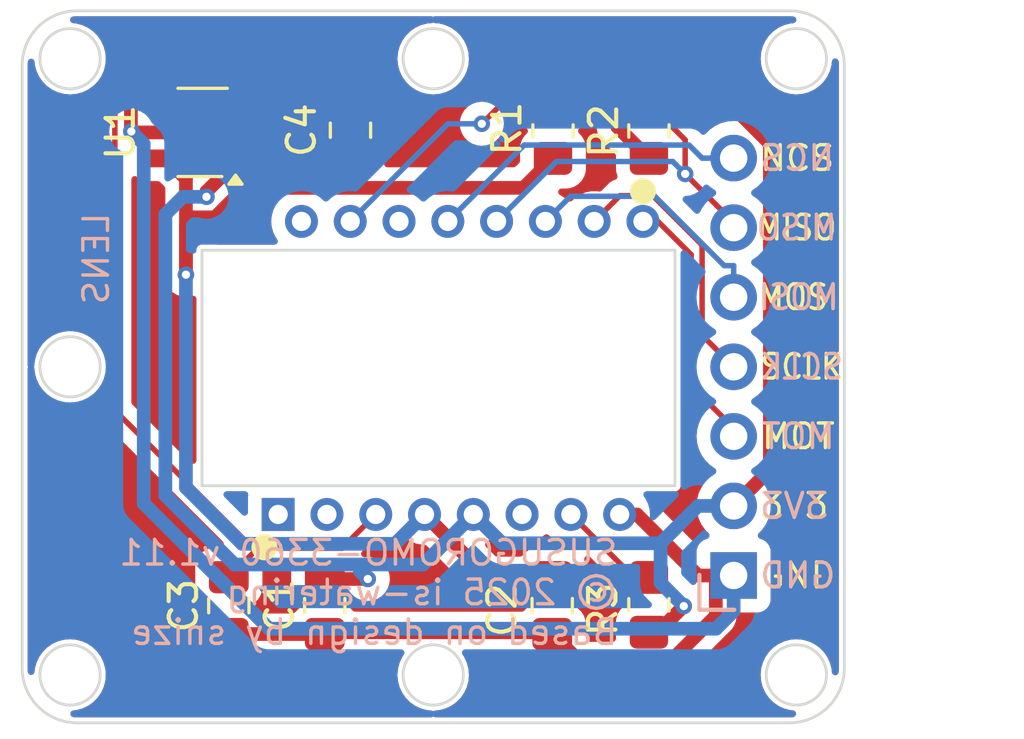
<source format=kicad_pcb>
(kicad_pcb (version 20240108) (generator "pcbnew") (generator_version "8.0")
  (title_block (title "SUSUGOROMO-3360") (rev "1.11"))
  (layers (0 "F.Cu" signal) (31 "B.Cu" signal) (34 "B.Paste" user) (35 "F.Paste" user) (36 "B.SilkS" user "B.Silkscreen") (37 "F.SilkS" user "F.Silkscreen") (38 "B.Mask" user) (39 "F.Mask" user) (44 "Edge.Cuts" user))
  (net 0 "")
  (net 1 "GND")
  (net 2 "+1V9")
  (net 3 "+3V3")
  (net 4 "MOT")
  (net 5 "NCS")
  (net 6 "SCLK")
  (net 8 "Net-(U2-NRESET)")
  (net 9 "Net-(U2-VDDPIX)")
  (net 10 "MOSI")
  (net 11 "MISO")
  (net 12 "Net-(U2-LED_P)")
  (footprint "isw-kbd:M2_ScrewHole_EdgeCuts" (layer "F.Cu") (at 35.4663 19.6703 180)
    (property "Reference" "H6" (hide yes))
    (property "Value" "MountingHole" (hide yes))
    (fp_circle (center 0 0) (end 1.1 0) (stroke (width 0.1)) (fill none) (layer "Edge.Cuts"))
  )
  (footprint "isw-kbd:PinHeader_1x07_P2.54mm_Horizontal" (layer "F.Cu") (at 46.4291 23.2998)
    (property "Reference" "J1" (hide yes))
    (property "Value" "Conn_01x07" (hide yes))
    (fp_line (start -1.250478 16.491347) (end -1.250478 15.221347) (stroke (width 0.15)) (layer "B.SilkS"))
    (fp_line (start 0.019522 16.491347) (end -1.250478 16.491347) (stroke (width 0.15)) (layer "B.SilkS"))
    (fp_line (start -1.250478 16.491347) (end -1.250478 15.221347) (stroke (width 0.15)) (layer "F.SilkS"))
    (fp_line (start 0.019522 16.491347) (end -1.250478 16.491347) (stroke (width 0.15)) (layer "F.SilkS"))
    (fp_text user "MISO" (at 2.296547 2.539993 0) (layer "B.SilkS") (effects (font (size 0.9 0.8) (thickness 0.125)) (justify mirror)))
    (fp_text user "NCS" (at 2.317976 0 0) (layer "B.SilkS") (effects (font (size 0.9 0.9) (thickness 0.125)) (justify mirror)))
    (fp_text user "3V3" (at 2.210833 12.7 0) (layer "B.SilkS") (effects (font (size 0.9 0.9) (thickness 0.125)) (justify mirror)))
    (fp_text user "GND" (at 2.339404 15.239563 0) (layer "B.SilkS") (effects (font (size 0.9 0.9) (thickness 0.125)) (justify mirror)))
    (fp_text user "MOSI" (at 2.368452 5.079986 0) (layer "B.SilkS") (effects (font (size 0.9 0.8) (thickness 0.125)) (justify mirror)))
    (fp_text user "SCLK" (at 2.482738 7.620012 0) (layer "B.SilkS") (effects (font (size 0.9 0.8) (thickness 0.125)) (justify mirror)))
    (fp_text user "MOT" (at 2.360833 10.160006 0) (layer "B.SilkS") (effects (font (size 0.9 0.9) (thickness 0.125)) (justify mirror)))
    (fp_text user "MOT" (at 2.360833 10.160006 0) (layer "F.SilkS") (effects (font (size 0.9 0.9) (thickness 0.125))))
    (fp_text user "MISO" (at 2.296547 2.539993 0) (layer "F.SilkS") (effects (font (size 0.9 0.8) (thickness 0.125))))
    (fp_text user "NCS" (at 2.317976 0 0) (layer "F.SilkS") (effects (font (size 0.9 0.9) (thickness 0.125))))
    (fp_text user "MOSI" (at 2.368452 5.079986 0) (layer "F.SilkS") (effects (font (size 0.9 0.8) (thickness 0.125))))
    (fp_text user "GND" (at 2.339404 15.239563 0) (layer "F.SilkS") (effects (font (size 0.9 0.9) (thickness 0.125))))
    (fp_text user "3V3" (at 2.210833 12.7 0) (layer "F.SilkS") (effects (font (size 0.9 0.9) (thickness 0.125))))
    (fp_text user "SCLK" (at 2.482738 7.620012 0) (layer "F.SilkS") (effects (font (size 0.9 0.8) (thickness 0.125))))
    (pad "1" thru_hole oval (at 0 0) (size 1.7 1.7) (drill 1) (layers "*.Cu" "*.Mask") (net 5 "NCS"))
    (pad "2" thru_hole oval (at 0 2.539563) (size 1.7 1.7) (drill 1) (layers "*.Cu" "*.Mask") (net 11 "MISO"))
    (pad "3" thru_hole oval (at 0 5.079557) (size 1.7 1.7) (drill 1) (layers "*.Cu" "*.Mask") (net 10 "MOSI"))
    (pad "4" thru_hole oval (at 0 7.619551) (size 1.7 1.7) (drill 1) (layers "*.Cu" "*.Mask") (net 6 "SCLK"))
    (pad "5" thru_hole oval (at 0 10.159577) (size 1.7 1.7) (drill 1) (layers "*.Cu" "*.Mask") (net 4 "MOT"))
    (pad "6" thru_hole oval (at 0 12.69957) (size 1.7 1.7) (drill 1) (layers "*.Cu" "*.Mask") (net 3 "+3V3"))
    (pad "7" thru_hole rect (at 0 15.239563) (size 1.7 1.7) (drill 1) (layers "*.Cu" "*.Mask") (net 1 "GND"))
  )
  (footprint "Capacitor_SMD:C_0805_2012Metric_Pad1.18x1.45mm_HandSolder" (layer "F.Cu") (at 31.5088 39.6405 -90)
    (property "Reference" "C1" (at 0 1.649186 90) (layer "F.SilkS"))
    (property "Value" "0.1uF")
    (fp_line (start -0.261252 0.735) (end 0.261252 0.735) (stroke (width 0.12)) (layer "F.SilkS"))
    (fp_line (start -0.261252 -0.735) (end 0.261252 -0.735) (stroke (width 0.12)) (layer "F.SilkS"))
    (pad "1" smd roundrect (at -1.0375 0 270) (size 1.175 1.45) (layers "F.Cu" "F.Paste" "F.Mask") (roundrect_rratio 0.212766) (net 3 "+3V3"))
    (pad "2" smd roundrect (at 1.0375 0 270) (size 1.175 1.45) (layers "F.Cu" "F.Paste" "F.Mask") (roundrect_rratio 0.212766) (net 1 "GND"))
  )
  (footprint "isw-kbd:M2_ScrewHole_EdgeCuts" (layer "F.Cu") (at 22.2159 42.1705 180)
    (property "Reference" "H3" (hide yes))
    (property "Value" "MountingHole" (hide yes))
    (fp_circle (center 0 0) (end 1.1 0) (stroke (width 0.1)) (fill none) (layer "Edge.Cuts"))
  )
  (footprint "Resistor_SMD:R_0805_2012Metric_Pad1.20x1.40mm_HandSolder" (layer "F.Cu") (at 43.3371 22.3105 90)
    (property "Reference" "R2" (at 0 -1.65 90) (layer "F.SilkS"))
    (property "Value" "10k")
    (fp_line (start -0.227064 -0.735) (end 0.227064 -0.735) (stroke (width 0.12)) (layer "F.SilkS"))
    (fp_line (start -0.227064 0.735) (end 0.227064 0.735) (stroke (width 0.12)) (layer "F.SilkS"))
    (pad "1" smd roundrect (at -1 0 90) (size 1.2 1.4) (layers "F.Cu" "F.Paste" "F.Mask") (roundrect_rratio 0.208333) (net 3 "+3V3"))
    (pad "2" smd roundrect (at 1 0 90) (size 1.2 1.4) (layers "F.Cu" "F.Paste" "F.Mask") (roundrect_rratio 0.208333) (net 11 "MISO"))
  )
  (footprint "Capacitor_SMD:C_0805_2012Metric_Pad1.18x1.45mm_HandSolder" (layer "F.Cu") (at 32.4476 22.2807 90)
    (property "Reference" "C4" (at 0 -1.788127 90) (layer "F.SilkS"))
    (property "Value" "0.1uF")
    (fp_line (start -0.261252 -0.735) (end 0.261252 -0.735) (stroke (width 0.12)) (layer "F.SilkS"))
    (fp_line (start -0.261252 0.735) (end 0.261252 0.735) (stroke (width 0.12)) (layer "F.SilkS"))
    (pad "1" smd roundrect (at -1.0375 0 90) (size 1.175 1.45) (layers "F.Cu" "F.Paste" "F.Mask") (roundrect_rratio 0.212766) (net 9 "Net-(U2-VDDPIX)"))
    (pad "2" smd roundrect (at 1.0375 0 90) (size 1.175 1.45) (layers "F.Cu" "F.Paste" "F.Mask") (roundrect_rratio 0.212766) (net 1 "GND"))
  )
  (footprint "Capacitor_SMD:C_0805_2012Metric_Pad1.18x1.45mm_HandSolder" (layer "F.Cu") (at 28.0086 39.6405 -90)
    (property "Reference" "C3" (at 0 1.649186 90) (layer "F.SilkS"))
    (property "Value" "4.7uF/10V")
    (fp_line (start -0.261252 0.735) (end 0.261252 0.735) (stroke (width 0.12)) (layer "F.SilkS"))
    (fp_line (start -0.261252 -0.735) (end 0.261252 -0.735) (stroke (width 0.12)) (layer "F.SilkS"))
    (pad "1" smd roundrect (at -1.0375 0 270) (size 1.175 1.45) (layers "F.Cu" "F.Paste" "F.Mask") (roundrect_rratio 0.212766) (net 9 "Net-(U2-VDDPIX)"))
    (pad "2" smd roundrect (at 1.0375 0 270) (size 1.175 1.45) (layers "F.Cu" "F.Paste" "F.Mask") (roundrect_rratio 0.212766) (net 1 "GND"))
  )
  (footprint "Package_TO_SOT_SMD:SOT-23-5_HandSoldering" (layer "F.Cu") (at 27.0525 22.3618 180)
    (property "Reference" "U1" (at 3 0 90) (layer "F.SilkS"))
    (property "Value" "TLV70019DDCR")
    (fp_line (start 0.1 -1.61) (end 0.9 -1.61) (stroke (width 0.12)) (layer "F.SilkS"))
    (fp_line (start 0.1 -1.61) (end -0.7 -1.61) (stroke (width 0.12)) (layer "F.SilkS"))
    (fp_line (start -0.9 1.61) (end 0.9 1.61) (stroke (width 0.12)) (layer "F.SilkS"))
    (fp_poly (pts (xy -1.2 -1.56) (xy -1.44 -1.89) (xy -0.96 -1.89) (xy -1.2 -1.56)) (stroke (width 0.12)) (fill solid) (layer "F.SilkS"))
    (pad "1" smd roundrect (at -1.35 -0.95 180) (size 1.56 0.65) (layers "F.Cu" "F.Paste" "F.Mask") (net 3 "+3V3"))
    (pad "2" smd roundrect (at -1.35 0 180) (size 1.56 0.65) (layers "F.Cu" "F.Paste" "F.Mask") (net 1 "GND"))
    (pad "3" smd roundrect (at -1.35 0.95 180) (size 1.56 0.65) (layers "F.Cu" "F.Paste" "F.Mask") (net 3 "+3V3"))
    (pad "4" smd roundrect (at 1.35 0.95 180) (size 1.56 0.65) (layers "F.Cu" "F.Paste" "F.Mask"))
    (pad "5" smd roundrect (at 1.35 -0.95 180) (size 1.56 0.65) (layers "F.Cu" "F.Paste" "F.Mask") (net 2 "+1V9"))
  )
  (footprint "Resistor_SMD:R_0805_2012Metric_Pad1.20x1.40mm_HandSolder" (layer "F.Cu") (at 39.837 22.3105 90)
    (property "Reference" "R1" (at 0.0878 -1.677528 90) (layer "F.SilkS"))
    (property "Value" "39R" (hide yes))
    (fp_line (start -0.227064 -0.735) (end 0.227064 -0.735) (stroke (width 0.12)) (layer "F.SilkS"))
    (fp_line (start -0.227064 0.735) (end 0.227064 0.735) (stroke (width 0.12)) (layer "F.SilkS"))
    (pad "1" smd roundrect (at -1 0 90) (size 1.2 1.4) (layers "F.Cu" "F.Paste" "F.Mask") (roundrect_rratio 0.208333) (net 2 "+1V9"))
    (pad "2" smd roundrect (at 1 0 90) (size 1.2 1.4) (layers "F.Cu" "F.Paste" "F.Mask") (roundrect_rratio 0.208333) (net 12 "Net-(U2-LED_P)"))
  )
  (footprint "Resistor_SMD:R_0805_2012Metric_Pad1.20x1.40mm_HandSolder" (layer "F.Cu") (at 43.3371 39.6106 -90)
    (property "Reference" "R3" (at 0.167072 1.677639 90) (layer "F.SilkS"))
    (property "Value" "10k")
    (fp_line (start -0.227064 0.735) (end 0.227064 0.735) (stroke (width 0.12)) (layer "F.SilkS"))
    (fp_line (start -0.227064 -0.735) (end 0.227064 -0.735) (stroke (width 0.12)) (layer "F.SilkS"))
    (pad "1" smd roundrect (at -1 0 270) (size 1.2 1.4) (layers "F.Cu" "F.Paste" "F.Mask") (roundrect_rratio 0.208333) (net 8 "Net-(U2-NRESET)"))
    (pad "2" smd roundrect (at 1 0 270) (size 1.2 1.4) (layers "F.Cu" "F.Paste" "F.Mask") (roundrect_rratio 0.208333) (net 3 "+3V3"))
  )
  (footprint "sumi-footprints:PMW3360DM-T2QU" (layer "F.Cu") (at 29.8092 36.311 180)
    (property "Reference" "U2" (hide yes))
    (property "Value" "PMW3360DM-T2QU")
    (fp_circle (center 0.5 -1.2) (end 0.9 -1.2) (stroke (width 0.15)) (fill solid) (layer "F.SilkS"))
    (fp_circle (center -13.31 11.8) (end -12.91 11.8) (stroke (width 0.15)) (fill solid) (layer "F.SilkS"))
    (fp_rect (start -14.48 1.05) (end 2.78 9.65) (stroke (width 0.1)) (fill none) (layer "Edge.Cuts"))
    (pad "1" thru_hole rect (at 0 0 180) (size 1.2 1.2) (drill 0.7) (layers "*.Cu" "*.Mask"))
    (pad "2" thru_hole circle (at -1.78 0 180) (size 1.2 1.2) (drill 0.7) (layers "*.Cu" "*.Mask"))
    (pad "3" thru_hole circle (at -3.56 0 180) (size 1.2 1.2) (drill 0.7) (layers "*.Cu" "*.Mask") (net 9 "Net-(U2-VDDPIX)"))
    (pad "4" thru_hole circle (at -5.34 0 180) (size 1.2 1.2) (drill 0.7) (layers "*.Cu" "*.Mask") (net 2 "+1V9"))
    (pad "5" thru_hole circle (at -7.12 0 180) (size 1.2 1.2) (drill 0.7) (layers "*.Cu" "*.Mask") (net 3 "+3V3"))
    (pad "6" thru_hole circle (at -8.9 0 180) (size 1.2 1.2) (drill 0.7) (layers "*.Cu" "*.Mask"))
    (pad "7" thru_hole circle (at -10.68 0 180) (size 1.2 1.2) (drill 0.7) (layers "*.Cu" "*.Mask") (net 8 "Net-(U2-NRESET)"))
    (pad "8" thru_hole circle (at -12.46 0 180) (size 1.2 1.2) (drill 0.7) (layers "*.Cu" "*.Mask") (net 1 "GND"))
    (pad "9" thru_hole circle (at -13.31 10.7 180) (size 1.2 1.2) (drill 0.7) (layers "*.Cu" "*.Mask") (net 4 "MOT"))
    (pad "10" thru_hole circle (at -11.53 10.7 180) (size 1.2 1.2) (drill 0.7) (layers "*.Cu" "*.Mask") (net 6 "SCLK"))
    (pad "11" thru_hole circle (at -9.75 10.7 180) (size 1.2 1.2) (drill 0.7) (layers "*.Cu" "*.Mask") (net 10 "MOSI"))
    (pad "12" thru_hole circle (at -7.97 10.7 180) (size 1.2 1.2) (drill 0.7) (layers "*.Cu" "*.Mask") (net 11 "MISO"))
    (pad "13" thru_hole circle (at -6.19 10.7 180) (size 1.2 1.2) (drill 0.7) (layers "*.Cu" "*.Mask") (net 5 "NCS"))
    (pad "14" thru_hole circle (at -4.41 10.7 180) (size 1.2 1.2) (drill 0.7) (layers "*.Cu" "*.Mask"))
    (pad "15" thru_hole circle (at -2.63 10.7 180) (size 1.2 1.2) (drill 0.7) (layers "*.Cu" "*.Mask") (net 12 "Net-(U2-LED_P)"))
    (pad "16" thru_hole circle (at -0.85 10.7 180) (size 1.2 1.2) (drill 0.7) (layers "*.Cu" "*.Mask"))
  )
  (footprint "isw-kbd:M2_ScrewHole_EdgeCuts" (layer "F.Cu") (at 48.7166 42.1705 180)
    (property "Reference" "H1" (hide yes))
    (property "Value" "MountingHole" (hide yes))
    (fp_circle (center 0 0) (end 1.1 0) (stroke (width 0.1)) (fill none) (layer "Edge.Cuts"))
  )
  (footprint "isw-kbd:M2_ScrewHole_EdgeCuts" (layer "F.Cu") (at 22.2159 30.9204 180)
    (property "Reference" "H4" (hide yes))
    (property "Value" "MountingHole" (hide yes))
    (fp_circle (center 0 0) (end 1.1 0) (stroke (width 0.1)) (fill none) (layer "Edge.Cuts"))
  )
  (footprint "isw-kbd:M2_ScrewHole_EdgeCuts" (layer "F.Cu") (at 22.2159 19.6703 180)
    (property "Reference" "H5" (hide yes))
    (property "Value" "MountingHole" (hide yes))
    (fp_circle (center 0 0) (end 1.1 0) (stroke (width 0.1)) (fill none) (layer "Edge.Cuts"))
  )
  (footprint "isw-kbd:M2_ScrewHole_EdgeCuts" (layer "F.Cu") (at 48.7166 19.6703 180)
    (property "Reference" "H7" (hide yes))
    (property "Value" "MountingHole" (hide yes))
    (fp_circle (center 0 0) (end 1.1 0) (stroke (width 0.1)) (fill none) (layer "Edge.Cuts"))
  )
  (footprint "Capacitor_SMD:C_0805_2012Metric_Pad1.18x1.45mm_HandSolder" (layer "F.Cu") (at 39.8082 39.64 -90)
    (property "Reference" "C2" (at 0.167072 1.827639 90) (layer "F.SilkS"))
    (property "Value" "1uF")
    (fp_line (start -0.261252 0.735) (end 0.261252 0.735) (stroke (width 0.12)) (layer "F.SilkS"))
    (fp_line (start -0.261252 -0.735) (end 0.261252 -0.735) (stroke (width 0.12)) (layer "F.SilkS"))
    (pad "1" smd roundrect (at -1.0375 0 270) (size 1.175 1.45) (layers "F.Cu" "F.Paste" "F.Mask") (roundrect_rratio 0.212766) (net 2 "+1V9"))
    (pad "2" smd roundrect (at 1.0375 0 270) (size 1.175 1.45) (layers "F.Cu" "F.Paste" "F.Mask") (roundrect_rratio 0.212766) (net 1 "GND"))
  )
  (footprint "isw-kbd:M2_ScrewHole_EdgeCuts" (layer "F.Cu") (at 35.4663 42.1705 180)
    (property "Reference" "H2" (hide yes))
    (property "Value" "MountingHole" (hide yes))
    (fp_circle (center 0 0) (end 1.1 0) (stroke (width 0.1)) (fill none) (layer "Edge.Cuts"))
  )
  (gr_poly (pts (xy 48.569848 17.923754) (xy 48.671464 17.931471) (xy 48.771602 17.944178) (xy 48.870135 17.961751) (xy 48.966939 17.984064) (xy 49.061888 18.010991) (xy 49.154855 18.042406) (xy 49.245716 18.078185) (xy 49.334345 18.118201) (xy 49.420615 18.162329) (xy 49.504402 18.210443) (xy 49.585579 18.262418) (xy 49.664022 18.318128) (xy 49.739604 18.377448) (xy 49.8122 18.440252) (xy 49.881683 18.506414) (xy 49.947929 18.575809) (xy 50.010812 18.648311) (xy 50.070206 18.723795) (xy 50.125986 18.802136) (xy 50.178025 18.883206) (xy 50.226198 18.966882) (xy 50.27038 19.053037) (xy 50.310444 19.141546) (xy 50.346266 19.232284) (xy 50.377719 19.325124) (xy 50.404678 19.419941) (xy 50.427017 19.516609) (xy 50.44461 19.615004) (xy 50.457333 19.714999) (xy 50.465058 19.816469) (xy 50.467662 19.919288) (xy 50.467662 41.920075) (xy 50.465058 42.022894) (xy 50.457333 42.124363) (xy 50.44461 42.224357) (xy 50.427017 42.322751) (xy 50.404678 42.419418) (xy 50.377719 42.514233) (xy 50.346266 42.607071) (xy 50.310444 42.697806) (xy 50.27038 42.786313) (xy 50.226198 42.872466) (xy 50.178025 42.956139) (xy 50.125986 43.037207) (xy 50.070206 43.115544) (xy 50.010812 43.191026) (xy 49.947929 43.263525) (xy 49.881683 43.332917) (xy 49.8122 43.399076) (xy 49.739604 43.461877) (xy 49.664022 43.521194) (xy 49.585579 43.576901) (xy 49.504402 43.628873) (xy 49.420615 43.676985) (xy 49.334345 43.72111) (xy 49.245716 43.761124) (xy 49.154855 43.796901) (xy 49.061888 43.828314) (xy 48.966939 43.855239) (xy 48.870135 43.877551) (xy 48.771602 43.895122) (xy 48.671464 43.907829) (xy 48.569848 43.915545) (xy 48.46688 43.918145) (xy 22.467886 43.918145) (xy 22.364912 43.915545) (xy 22.26329 43.907829) (xy 22.163148 43.895122) (xy 22.064609 43.877551) (xy 21.967801 43.855239) (xy 21.872848 43.828314) (xy 21.779877 43.796901) (xy 21.689013 43.761124) (xy 21.600381 43.72111) (xy 21.514107 43.676985) (xy 21.430318 43.628873) (xy 21.349138 43.576901) (xy 21.270693 43.521194) (xy 21.195109 43.461877) (xy 21.122511 43.399076) (xy 21.053026 43.332917) (xy 20.986779 43.263525) (xy 20.923894 43.191026) (xy 20.864499 43.115544) (xy 20.808719 43.037207) (xy 20.756679 42.956139) (xy 20.708505 42.872466) (xy 20.664323 42.786313) (xy 20.624258 42.697806) (xy 20.588436 42.607071) (xy 20.556983 42.514233) (xy 20.530024 42.419418) (xy 20.507684 42.322751) (xy 20.490091 42.224357) (xy 20.477368 42.124363) (xy 20.469643 42.022894) (xy 20.46704 41.920075) (xy 20.46704 19.919288) (xy 20.469643 19.816469) (xy 20.477368 19.714999) (xy 20.490091 19.615004) (xy 20.507684 19.516609) (xy 20.530024 19.419941) (xy 20.556983 19.325124) (xy 20.588436 19.232284) (xy 20.624258 19.141546) (xy 20.664323 19.053037) (xy 20.708505 18.966882) (xy 20.756679 18.883206) (xy 20.808719 18.802136) (xy 20.864499 18.723795) (xy 20.923894 18.648311) (xy 20.986779 18.575809) (xy 21.053026 18.506414) (xy 21.122511 18.440252) (xy 21.195109 18.377448) (xy 21.270693 18.318128) (xy 21.349138 18.262418) (xy 21.430318 18.210443) (xy 21.514107 18.162329) (xy 21.600381 18.118201) (xy 21.689013 18.078185) (xy 21.779877 18.042406) (xy 21.872848 18.010991) (xy 21.967801 17.984064) (xy 22.064609 17.961751) (xy 22.163148 17.944178) (xy 22.26329 17.931471) (xy 22.364912 17.923754) (xy 22.467886 17.921154) (xy 48.46688 17.921154)) (stroke (width 0.1)) (fill none) (layer "Edge.Cuts"))
  (gr_text "SUSUGOROMO-3360 v1.11\n© 2025 is-watering\nBased on design by snize\n" (at 42.269391 41.135452 0) (layer "B.SilkS") (effects (font (size 0.9 0.9) (thickness 0.125)) (justify left bottom mirror)))
  (gr_text "LENS" (at 23.697279 25.213903 90) (layer "B.SilkS") (effects (font (size 0.9 0.9) (thickness 0.125)) (justify left bottom mirror)))
  (segment (start 45.7783 38.5394) (end 45.1274 38.5394) (width 0.5) (layer "F.Cu") (net 1))
  (segment (start 39.8082 40.6775) (end 39.7435 40.6128) (width 0.5) (layer "F.Cu") (net 1))
  (segment (start 24.4505 22.327039) (end 24.4361 22.312639) (width 0.5) (layer "F.Cu") (net 1))
  (segment (start 46.4291 38.5394) (end 45.7783 38.5394) (width 0.5) (layer "F.Cu") (net 1))
  (segment (start 24.8346 20.5802) (end 31.7846 20.5802) (width 0.5) (layer "F.Cu") (net 1))
  (segment (start 42.899 36.311) (end 45.1274 38.5394) (width 0.5) (layer "F.Cu") (net 1))
  (segment (start 42.2692 36.311) (end 42.899 36.311) (width 0.5) (layer "F.Cu") (net 1))
  (segment (start 45.7783 40.0177) (end 44.0808 41.7152) (width 0.5) (layer "F.Cu") (net 1))
  (segment (start 24.4361 20.9787) (end 24.8346 20.5802) (width 0.5) (layer "F.Cu") (net 1))
  (segment (start 24.4361 22.312639) (end 24.4361 20.9787) (width 0.5) (layer "F.Cu") (net 1))
  (segment (start 24.4505 22.327039) (end 24.485261 22.3618) (width 0.5) (layer "F.Cu") (net 1))
  (segment (start 44.0808 41.7152) (end 40.8459 41.7152) (width 0.5) (layer "F.Cu") (net 1))
  (segment (start 31.7846 20.5802) (end 32.4476 21.2432) (width 0.5) (layer "F.Cu") (net 1))
  (segment (start 24.485261 22.3618) (end 28.4025 22.3618) (width 0.5) (layer "F.Cu") (net 1))
  (segment (start 39.7435 40.6128) (end 31.574 40.6128) (width 0.5) (layer "F.Cu") (net 1))
  (segment (start 31.574 40.6128) (end 31.5088 40.678) (width 0.5) (layer "F.Cu") (net 1))
  (segment (start 31.5088 40.678) (end 28.0086 40.678) (width 0.5) (layer "F.Cu") (net 1))
  (segment (start 45.7783 38.5394) (end 45.7783 40.0177) (width 0.5) (layer "F.Cu") (net 1))
  (segment (start 40.8459 41.7152) (end 39.8082 40.6775) (width 0.5) (layer "F.Cu") (net 1))
  (via (at 24.4505 22.327039) (size 0.6) (drill 0.3) (layers "F.Cu" "B.Cu") (net 1))
  (segment (start 29.4788 40.4835) (end 45.7867 40.4835) (width 0.5) (layer "B.Cu") (net 1))
  (segment (start 46.4291 39.8411) (end 46.4291 38.5394) (width 0.5) (layer "B.Cu") (net 1))
  (segment (start 45.7867 40.4835) (end 46.4291 39.8411) (width 0.5) (layer "B.Cu") (net 1))
  (segment (start 24.9044 22.780939) (end 24.9044 35.9091) (width 0.5) (layer "B.Cu") (net 1))
  (segment (start 24.9044 35.9091) (end 29.4788 40.4835) (width 0.5) (layer "B.Cu") (net 1))
  (segment (start 24.4505 22.327039) (end 24.9044 22.780939) (width 0.5) (layer "B.Cu") (net 1))
  (segment (start 26.4437 25.742797) (end 26.7237 25.462797) (width 0.5) (layer "F.Cu") (net 2))
  (segment (start 37.4407 38.6025) (end 35.1492 36.311) (width 0.5) (layer "F.Cu") (net 2))
  (segment (start 26.7237 25.462797) (end 27.504361 25.462797) (width 0.5) (layer "F.Cu") (net 2))
  (segment (start 39.8082 38.6025) (end 37.4407 38.6025) (width 0.5) (layer "F.Cu") (net 2))
  (segment (start 26.4437 27.557039) (end 26.4437 25.742797) (width 0.5) (layer "F.Cu") (net 2))
  (segment (start 38.7611 24.3864) (end 39.837 23.3105) (width 0.5) (layer "F.Cu") (net 2))
  (segment (start 27.504361 25.462797) (end 28.580758 24.3864) (width 0.5) (layer "F.Cu") (net 2))
  (segment (start 26.4437 27.557039) (end 26.4437 24.053) (width 0.5) (layer "F.Cu") (net 2))
  (segment (start 28.580758 24.3864) (end 38.7611 24.3864) (width 0.5) (layer "F.Cu") (net 2))
  (segment (start 26.4437 24.053) (end 25.7025 23.3118) (width 0.5) (layer "F.Cu") (net 2))
  (via (at 26.4437 27.557039) (size 0.6) (drill 0.3) (layers "F.Cu" "B.Cu") (net 2))
  (segment (start 34.0776 37.3826) (end 35.1492 36.311) (width 0.5) (layer "B.Cu") (net 2))
  (segment (start 26.4437 27.557039) (end 26.4437 35.3322) (width 0.5) (layer "B.Cu") (net 2))
  (segment (start 26.4437 35.3322) (end 28.4941 37.3826) (width 0.5) (layer "B.Cu") (net 2))
  (segment (start 28.4941 37.3826) (end 34.0776 37.3826) (width 0.5) (layer "B.Cu") (net 2))
  (segment (start 47.7514 22.7732) (end 45.2107 20.2325) (width 0.5) (layer "F.Cu") (net 3))
  (segment (start 44.609458 39.657039) (end 43.655897 40.6106) (width 0.5) (layer "F.Cu") (net 3))
  (segment (start 42.5599 20.2325) (end 42.1841 20.6083) (width 0.5) (layer "F.Cu") (net 3))
  (segment (start 33.079458 38.667039) (end 31.572839 38.667039) (width 0.5) (layer "F.Cu") (net 3))
  (segment (start 42.1841 20.6083) (end 42.1841 22.1575) (width 0.5) (layer "F.Cu") (net 3))
  (segment (start 27.1937 24.712797) (end 27.1937 24.5206) (width 0.5) (layer "F.Cu") (net 3))
  (segment (start 45.2107 20.2325) (end 42.5599 20.2325) (width 0.5) (layer "F.Cu") (net 3))
  (segment (start 43.655897 40.6106) (end 43.3371 40.6106) (width 0.5) (layer "F.Cu") (net 3))
  (segment (start 29.1307 23.3118) (end 28.4025 23.3118) (width 0.5) (layer "F.Cu") (net 3))
  (segment (start 46.4291 35.9994) (end 47.7514 34.6771) (width 0.5) (layer "F.Cu") (net 3))
  (segment (start 29.6835 22.759) (end 29.1307 23.3118) (width 0.5) (layer "F.Cu") (net 3))
  (segment (start 31.572839 38.667039) (end 31.5088 38.603) (width 0.5) (layer "F.Cu") (net 3))
  (segment (start 29.13 21.4118) (end 29.6835 21.9653) (width 0.5) (layer "F.Cu") (net 3))
  (segment (start 28.4025 21.4118) (end 29.13 21.4118) (width 0.5) (layer "F.Cu") (net 3))
  (segment (start 27.1937 24.5206) (end 28.4025 23.3118) (width 0.5) (layer "F.Cu") (net 3))
  (segment (start 29.6835 21.9653) (end 29.6835 22.759) (width 0.5) (layer "F.Cu") (net 3))
  (segment (start 47.7514 34.6771) (end 47.7514 22.7732) (width 0.5) (layer "F.Cu") (net 3))
  (segment (start 42.1841 22.1575) (end 43.3371 23.3105) (width 0.5) (layer "F.Cu") (net 3))
  (via (at 44.609458 39.657039) (size 0.6) (drill 0.3) (layers "F.Cu" "B.Cu") (net 3))
  (via (at 33.079458 38.667039) (size 0.6) (drill 0.3) (layers "F.Cu" "B.Cu") (net 3))
  (via (at 27.1937 24.712797) (size 0.6) (drill 0.3) (layers "F.Cu" "B.Cu") (net 3))
  (segment (start 32.7957 38.1385) (end 32.7957 38.383281) (width 0.5) (layer "B.Cu") (net 3))
  (segment (start 44.609458 39.657039) (end 43.7633 38.810881) (width 0.5) (layer "B.Cu") (net 3))
  (segment (start 43.7633 37.3635) (end 37.9817 37.3635) (width 0.5) (layer "B.Cu") (net 3))
  (segment (start 25.6937 35.6149) (end 28.2173 38.1385) (width 0.5) (layer "B.Cu") (net 3))
  (segment (start 25.6937 25.352797) (end 25.6937 35.6149) (width 0.5) (layer "B.Cu") (net 3))
  (segment (start 32.7957 38.1385) (end 35.1017 38.1385) (width 0.5) (layer "B.Cu") (net 3))
  (segment (start 27.1937 24.712797) (end 26.3337 24.712797) (width 0.5) (layer "B.Cu") (net 3))
  (segment (start 37.9817 37.3635) (end 36.9292 36.311) (width 0.5) (layer "B.Cu") (net 3))
  (segment (start 32.7957 38.383281) (end 33.079458 38.667039) (width 0.5) (layer "B.Cu") (net 3))
  (segment (start 45.12743 35.99937) (end 43.7633 37.3635) (width 0.5) (layer "B.Cu") (net 3))
  (segment (start 28.2173 38.1385) (end 32.7957 38.1385) (width 0.5) (layer "B.Cu") (net 3))
  (segment (start 26.3337 24.712797) (end 25.6937 25.352797) (width 0.5) (layer "B.Cu") (net 3))
  (segment (start 35.1017 38.1385) (end 36.9292 36.311) (width 0.5) (layer "B.Cu") (net 3))
  (segment (start 43.7633 38.810881) (end 43.7633 37.3635) (width 0.5) (layer "B.Cu") (net 3))
  (segment (start 46.4291 35.99937) (end 45.12743 35.99937) (width 0.5) (layer "B.Cu") (net 3))
  (segment (start 44.8774 29.933336) (end 44.879458 29.935394) (width 0.2) (layer "F.Cu") (net 4))
  (segment (start 44.879458 29.935394) (end 44.879458 31.607039) (width 0.2) (layer "F.Cu") (net 4))
  (segment (start 43.1192 25.611) (end 43.6659 25.611) (width 0.2) (layer "F.Cu") (net 4))
  (segment (start 46.4291 33.156681) (end 46.4291 33.459377) (width 0.2) (layer "F.Cu") (net 4))
  (segment (start 44.8774 26.8225) (end 44.8774 29.933336) (width 0.2) (layer "F.Cu") (net 4))
  (segment (start 43.6659 25.611) (end 44.8774 26.8225) (width 0.2) (layer "F.Cu") (net 4))
  (segment (start 44.879458 31.607039) (end 46.4291 33.156681) (width 0.2) (layer "F.Cu") (net 4))
  (segment (start 38.7872 22.823) (end 35.9992 25.611) (width 0.2) (layer "B.Cu") (net 5))
  (segment (start 45.2774 23.2998) (end 44.8006 22.823) (width 0.2) (layer "B.Cu") (net 5))
  (segment (start 44.8006 22.823) (end 38.7872 22.823) (width 0.2) (layer "B.Cu") (net 5))
  (segment (start 46.4291 23.2998) (end 45.2774 23.2998) (width 0.2) (layer "B.Cu") (net 5))
  (segment (start 42.2802 24.67) (end 41.3392 25.611) (width 0.2) (layer "F.Cu") (net 6))
  (segment (start 45.2774 26.4722) (end 43.4752 24.67) (width 0.2) (layer "F.Cu") (net 6))
  (segment (start 45.2774 29.767651) (end 45.2774 26.4722) (width 0.2) (layer "F.Cu") (net 6))
  (segment (start 46.4291 30.919351) (end 45.2774 29.767651) (width 0.2) (layer "F.Cu") (net 6))
  (segment (start 43.4752 24.67) (end 42.2802 24.67) (width 0.2) (layer "F.Cu") (net 6))
  (segment (start 43.3371 38.6106) (end 42.7888 38.6106) (width 0.2) (layer "F.Cu") (net 8))
  (segment (start 42.7888 38.6106) (end 40.4892 36.311) (width 0.2) (layer "F.Cu") (net 8))
  (segment (start 33.4888 22.277) (end 33.4888 20.6047) (width 0.2) (layer "F.Cu") (net 9))
  (segment (start 23.8505 20.7812) (end 23.8505 32.512) (width 0.2) (layer "F.Cu") (net 9))
  (segment (start 23.8505 32.512) (end 28.9751 37.6365) (width 0.2) (layer "F.Cu") (net 9))
  (segment (start 29.0677 37.5439) (end 28.9751 37.6365) (width 0.2) (layer "F.Cu") (net 9))
  (segment (start 32.4476 23.3182) (end 33.4888 22.277) (width 0.2) (layer "F.Cu") (net 9))
  (segment (start 32.1363 37.5439) (end 29.0677 37.5439) (width 0.2) (layer "F.Cu") (net 9))
  (segment (start 33.3692 36.311) (end 32.1363 37.5439) (width 0.2) (layer "F.Cu") (net 9))
  (segment (start 24.6517 19.98) (end 23.8505 20.7812) (width 0.2) (layer "F.Cu") (net 9))
  (segment (start 32.8641 19.98) (end 24.6517 19.98) (width 0.2) (layer "F.Cu") (net 9))
  (segment (start 28.9751 37.6365) (end 28.0086 38.603) (width 0.2) (layer "F.Cu") (net 9))
  (segment (start 33.4888 20.6047) (end 32.8641 19.98) (width 0.2) (layer "F.Cu") (net 9))
  (segment (start 39.5592 25.611) (end 40.4756 24.6946) (width 0.2) (layer "B.Cu") (net 10))
  (segment (start 40.4756 24.6946) (end 43.5521 24.6946) (width 0.2) (layer "B.Cu") (net 10))
  (segment (start 43.5521 24.6946) (end 46.0852 27.2277) (width 0.2) (layer "B.Cu") (net 10))
  (segment (start 46.4291 28.3794) (end 46.4291 27.2277) (width 0.2) (layer "B.Cu") (net 10))
  (segment (start 46.0852 27.2277) (end 46.4291 27.2277) (width 0.2) (layer "B.Cu") (net 10))
  (segment (start 44.659458 23.877039) (end 46.4291 25.646681) (width 0.2) (layer "F.Cu") (net 11))
  (segment (start 46.4291 25.646681) (end 46.4291 25.839363) (width 0.2) (layer "F.Cu") (net 11))
  (segment (start 44.659458 22.632858) (end 43.3371 21.3105) (width 0.2) (layer "F.Cu") (net 11))
  (segment (start 44.659458 23.877039) (end 44.659458 22.632858) (width 0.2) (layer "F.Cu") (net 11))
  (via (at 44.659458 23.877039) (size 0.6) (drill 0.3) (layers "F.Cu" "B.Cu") (net 11))
  (segment (start 44.659458 23.877039) (end 44.207119 23.4247) (width 0.2) (layer "B.Cu") (net 11))
  (segment (start 39.9655 23.4247) (end 37.7792 25.611) (width 0.2) (layer "B.Cu") (net 11))
  (segment (start 44.207119 23.4247) (end 39.9655 23.4247) (width 0.2) (layer "B.Cu") (net 11))
  (segment (start 37.239458 22.047039) (end 37.975997 21.3105) (width 0.2) (layer "F.Cu") (net 12))
  (segment (start 37.975997 21.3105) (end 39.837 21.3105) (width 0.2) (layer "F.Cu") (net 12))
  (via (at 37.239458 22.047039) (size 0.6) (drill 0.3) (layers "F.Cu" "B.Cu") (net 12))
  (segment (start 36.003161 22.047039) (end 32.4392 25.611) (width 0.2) (layer "B.Cu") (net 12))
  (segment (start 37.239458 22.047039) (end 36.003161 22.047039) (width 0.2) (layer "B.Cu") (net 12))
  (zone (net 0) (net_name "") (layers "F&B.Cu") (connect_pads (clearance 0.5)) (min_thickness 0.25) (fill yes (thermal_gap 0.5) (thermal_bridge_width 0.5) (island_removal_mode 1) (island_area_min 10))
    (polygon (pts (xy 19.659458 17.527039) (xy 50.659458 17.527039) (xy 50.659458 44.527039) (xy 19.659458 44.527039)))
  )
)
</source>
